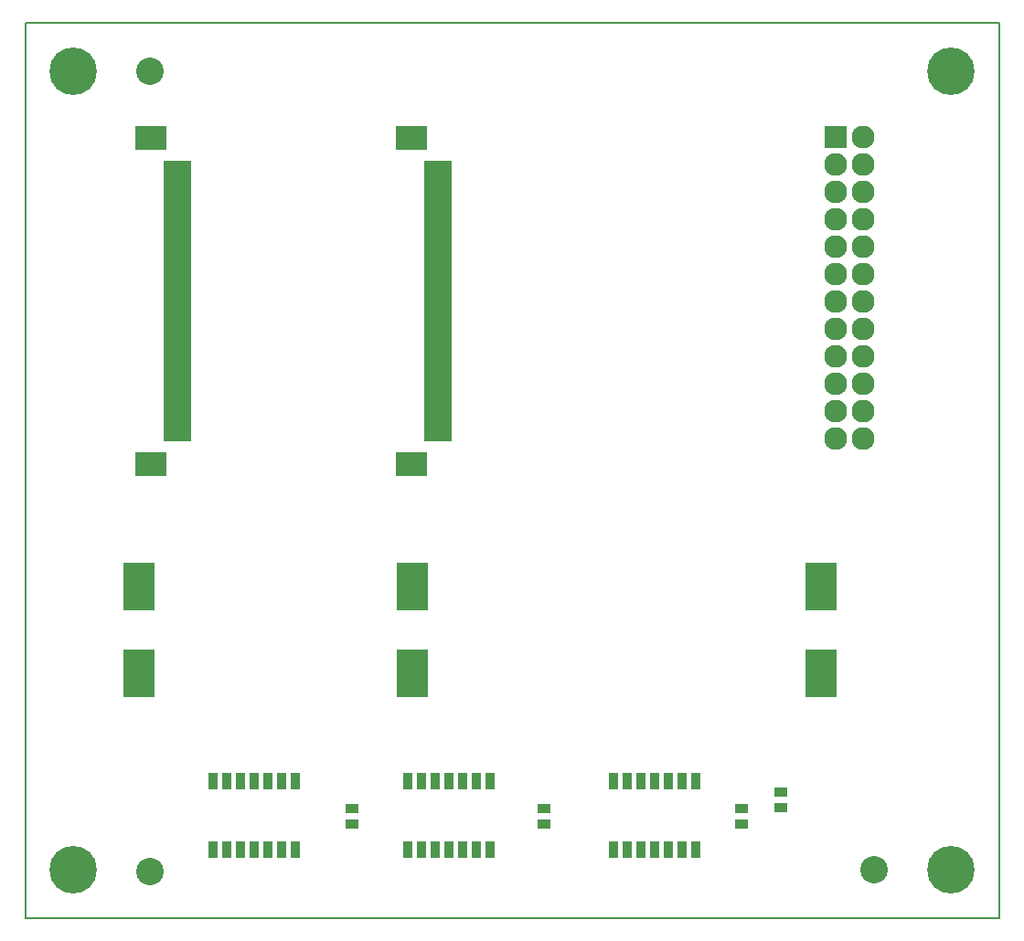
<source format=gbr>
G04 #@! TF.FileFunction,Soldermask,Top*
%FSLAX46Y46*%
G04 Gerber Fmt 4.6, Leading zero omitted, Abs format (unit mm)*
G04 Created by KiCad (PCBNEW 4.0.5+dfsg1-4~bpo8+1) date Sun Apr 30 20:15:14 2017*
%MOMM*%
%LPD*%
G01*
G04 APERTURE LIST*
%ADD10C,0.100000*%
%ADD11C,0.150000*%
%ADD12R,1.300000X0.900000*%
%ADD13R,2.900000X4.400000*%
%ADD14R,2.127200X2.127200*%
%ADD15O,2.127200X2.127200*%
%ADD16R,2.600000X1.000000*%
%ADD17R,3.000000X2.200000*%
%ADD18R,0.908000X1.543000*%
%ADD19C,2.540000*%
%ADD20C,4.400000*%
G04 APERTURE END LIST*
D10*
D11*
X134493000Y-154940000D02*
X136652000Y-154940000D01*
X134493000Y-72009000D02*
X134493000Y-154940000D01*
X224663000Y-72009000D02*
X134493000Y-72009000D01*
X224663000Y-74930000D02*
X224663000Y-72009000D01*
X224663000Y-154940000D02*
X224663000Y-74930000D01*
X136652000Y-154940000D02*
X224663000Y-154940000D01*
D12*
X164719000Y-144792000D03*
X164719000Y-146292000D03*
D13*
X208153000Y-132270000D03*
X208153000Y-124270000D03*
X170307000Y-132270000D03*
X170307000Y-124270000D03*
X145034000Y-132270000D03*
X145034000Y-124270000D03*
D14*
X209550000Y-82550000D03*
D15*
X212090000Y-82550000D03*
X209550000Y-85090000D03*
X212090000Y-85090000D03*
X209550000Y-87630000D03*
X212090000Y-87630000D03*
X209550000Y-90170000D03*
X212090000Y-90170000D03*
X209550000Y-92710000D03*
X212090000Y-92710000D03*
X209550000Y-95250000D03*
X212090000Y-95250000D03*
X209550000Y-97790000D03*
X212090000Y-97790000D03*
X209550000Y-100330000D03*
X212090000Y-100330000D03*
X209550000Y-102870000D03*
X212090000Y-102870000D03*
X209550000Y-105410000D03*
X212090000Y-105410000D03*
X209550000Y-107950000D03*
X212090000Y-107950000D03*
X209550000Y-110490000D03*
X212090000Y-110490000D03*
D16*
X172680000Y-85290000D03*
X172680000Y-86290000D03*
X172680000Y-87290000D03*
X172680000Y-88290000D03*
X172680000Y-89290000D03*
X172680000Y-90290000D03*
X172680000Y-91290000D03*
X172680000Y-92290000D03*
X172680000Y-93290000D03*
X172680000Y-94290000D03*
X172680000Y-95290000D03*
X172680000Y-96290000D03*
X172680000Y-97290000D03*
X172680000Y-98290000D03*
X172680000Y-99290000D03*
X172680000Y-100290000D03*
X172680000Y-101290000D03*
X172680000Y-102290000D03*
X172680000Y-103290000D03*
X172680000Y-104290000D03*
X172680000Y-105290000D03*
X172680000Y-106290000D03*
X172680000Y-107290000D03*
X172680000Y-108290000D03*
X172680000Y-109290000D03*
X172680000Y-110290000D03*
D17*
X170280000Y-82690000D03*
X170280000Y-112890000D03*
D16*
X148550000Y-85290000D03*
X148550000Y-86290000D03*
X148550000Y-87290000D03*
X148550000Y-88290000D03*
X148550000Y-89290000D03*
X148550000Y-90290000D03*
X148550000Y-91290000D03*
X148550000Y-92290000D03*
X148550000Y-93290000D03*
X148550000Y-94290000D03*
X148550000Y-95290000D03*
X148550000Y-96290000D03*
X148550000Y-97290000D03*
X148550000Y-98290000D03*
X148550000Y-99290000D03*
X148550000Y-100290000D03*
X148550000Y-101290000D03*
X148550000Y-102290000D03*
X148550000Y-103290000D03*
X148550000Y-104290000D03*
X148550000Y-105290000D03*
X148550000Y-106290000D03*
X148550000Y-107290000D03*
X148550000Y-108290000D03*
X148550000Y-109290000D03*
X148550000Y-110290000D03*
D17*
X146150000Y-82690000D03*
X146150000Y-112890000D03*
D12*
X204470000Y-144768000D03*
X204470000Y-143268000D03*
D18*
X169926000Y-148590000D03*
X171196000Y-148590000D03*
X172466000Y-148590000D03*
X173736000Y-148590000D03*
X175006000Y-148590000D03*
X176276000Y-148590000D03*
X177546000Y-148590000D03*
X177546000Y-142240000D03*
X176276000Y-142240000D03*
X173736000Y-142240000D03*
X172466000Y-142240000D03*
X171196000Y-142240000D03*
X169926000Y-142240000D03*
X175006000Y-142240000D03*
X188976000Y-148590000D03*
X190246000Y-148590000D03*
X191516000Y-148590000D03*
X192786000Y-148590000D03*
X194056000Y-148590000D03*
X195326000Y-148590000D03*
X196596000Y-148590000D03*
X196596000Y-142240000D03*
X195326000Y-142240000D03*
X192786000Y-142240000D03*
X191516000Y-142240000D03*
X190246000Y-142240000D03*
X188976000Y-142240000D03*
X194056000Y-142240000D03*
X151892000Y-148590000D03*
X153162000Y-148590000D03*
X154432000Y-148590000D03*
X155702000Y-148590000D03*
X156972000Y-148590000D03*
X158242000Y-148590000D03*
X159512000Y-148590000D03*
X159512000Y-142240000D03*
X158242000Y-142240000D03*
X155702000Y-142240000D03*
X154432000Y-142240000D03*
X153162000Y-142240000D03*
X151892000Y-142240000D03*
X156972000Y-142240000D03*
D12*
X182499000Y-144792000D03*
X182499000Y-146292000D03*
X200787000Y-144792000D03*
X200787000Y-146292000D03*
D19*
X146050000Y-150622000D03*
X146050000Y-76454000D03*
X213106000Y-150495000D03*
D20*
X138938000Y-76454000D03*
X138938000Y-150495000D03*
X220218000Y-150495000D03*
X220218000Y-76454000D03*
M02*

</source>
